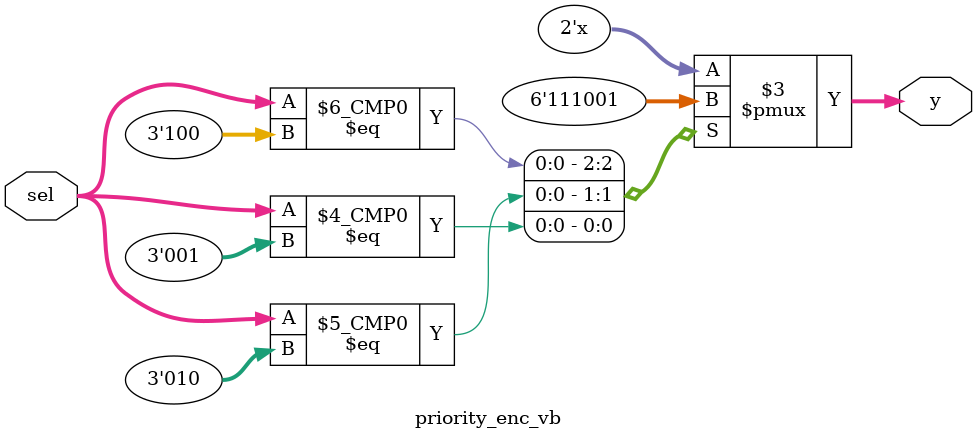
<source format=sv>
module priority_enc_vb
(
  input logic [2 : 0] sel,
  output logic [1 : 0] y
);

  always_comb begin
    (* parallel_case *)
    case (sel) 
      3'b100 : y = 2'b11;
      3'b010 : y = 2'b10;
      3'b001 : y = 2'b01;
    endcase
  end
endmodule

</source>
